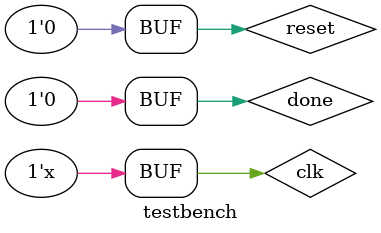
<source format=v>
`timescale 1ns / 1ps


module testbench(

    );
  

wire locked;
reg clk = 0;
reg reset = 0;
//reg sdo = 1;
reg done = 0;
wire sdo;
wire[15:0] data_out;

pll1 pll_inst(
.clk_in1(clk),                  //100MHz
.clk_out1(clk105),              //105MHz for SCK
.clk_out2(clk210p),             //210MHz with 303 degrees phase shift for the shift_register
.clk_out3(clk10),               //10MHz clock to divide down to 5MHz for sync pulses
.clk_out4(clk210),              //210MHz clock
.locked(locked),
.reset(reset)
); 

wire[4:0] shift_count;
wire[2:0] shift_state;
shift_register shift_inst(
.clk(clk210p),
.shift_out(shift_out),
.sdo(sdo),
.start_recording(start_recording),
.data_out(data_out),
.read_data(read_data),
.shift_reg_reset(shift_reg_reset)
//debugging
//,
);

always #5 clk <= ~clk;

wire[5:0] counter;
pulse_generator inst(
.clk(clk),
.clk10(clk10),
.clk105(clk105),
.clk210(clk210),
.counter(counter),
.sync(sync),
.locked(locked),
.cnv(cnv),
.sck(sck),
.sck_gate(sck_gate),
.sync_gate(sync_gate),
.start_recording(start_recording),
.shift_out(shift_out),
.shift_reg_reset(shift_reg_reset),
.syn(syn)
);

assign sdo = (sck_gate)?1'd1:1'dx;
//always @(posedge clk10, posedge reset)  //not the right way to implement in a design; done here only for testing other module
//begin
//    sync <= ~sync;
//end

initial
begin
    reset <= 1;
    #500
    reset <= 0;
    #10000
    reset <= 1;
    #500
    reset <= 0;
end

//reg[7:0] count = 0;

////always @(posedge clk, posedge sync)
////begin
////    if(sync)
////        count <= 0;
////    else
////        count <= count + 1;
////end
    
////BAD PRACTICE. Only for simulation
//always @(posedge sync)
//begin
//    count <= 0;
//end

//always @(posedge clk)
//begin
//    count <= count + 1;
//    if(count == 19)
//        cnv <= 1;
//    else if(count == 3)
//        cnv <= 0;
//    else cnv <= cnv;
//end


    
endmodule

</source>
